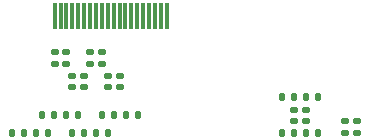
<source format=gtp>
G04 #@! TF.GenerationSoftware,KiCad,Pcbnew,8.0.0*
G04 #@! TF.CreationDate,2024-03-17T08:28:34+09:00*
G04 #@! TF.ProjectId,Pmod_DisplayPort,506d6f64-5f44-4697-9370-6c6179506f72,rev?*
G04 #@! TF.SameCoordinates,PXae6870PY2719c40*
G04 #@! TF.FileFunction,Paste,Top*
G04 #@! TF.FilePolarity,Positive*
%FSLAX46Y46*%
G04 Gerber Fmt 4.6, Leading zero omitted, Abs format (unit mm)*
G04 Created by KiCad (PCBNEW 8.0.0) date 2024-03-17 08:28:34*
%MOMM*%
%LPD*%
G01*
G04 APERTURE LIST*
G04 Aperture macros list*
%AMRoundRect*
0 Rectangle with rounded corners*
0 $1 Rounding radius*
0 $2 $3 $4 $5 $6 $7 $8 $9 X,Y pos of 4 corners*
0 Add a 4 corners polygon primitive as box body*
4,1,4,$2,$3,$4,$5,$6,$7,$8,$9,$2,$3,0*
0 Add four circle primitives for the rounded corners*
1,1,$1+$1,$2,$3*
1,1,$1+$1,$4,$5*
1,1,$1+$1,$6,$7*
1,1,$1+$1,$8,$9*
0 Add four rect primitives between the rounded corners*
20,1,$1+$1,$2,$3,$4,$5,0*
20,1,$1+$1,$4,$5,$6,$7,0*
20,1,$1+$1,$6,$7,$8,$9,0*
20,1,$1+$1,$8,$9,$2,$3,0*%
G04 Aperture macros list end*
%ADD10RoundRect,0.140000X0.170000X-0.140000X0.170000X0.140000X-0.170000X0.140000X-0.170000X-0.140000X0*%
%ADD11RoundRect,0.135000X-0.185000X0.135000X-0.185000X-0.135000X0.185000X-0.135000X0.185000X0.135000X0*%
%ADD12RoundRect,0.135000X0.135000X0.185000X-0.135000X0.185000X-0.135000X-0.185000X0.135000X-0.185000X0*%
%ADD13RoundRect,0.135000X-0.135000X-0.185000X0.135000X-0.185000X0.135000X0.185000X-0.135000X0.185000X0*%
%ADD14R,0.300000X2.200000*%
%ADD15RoundRect,0.135000X0.185000X-0.135000X0.185000X0.135000X-0.185000X0.135000X-0.185000X-0.135000X0*%
G04 APERTURE END LIST*
D10*
G04 #@! TO.C,C10*
X18288000Y10160000D03*
X18288000Y11120000D03*
G04 #@! TD*
D11*
G04 #@! TO.C,R14*
X21590000Y10164000D03*
X21590000Y9144000D03*
G04 #@! TD*
D10*
G04 #@! TO.C,C4*
X-500000Y13040000D03*
X-500000Y14000000D03*
G04 #@! TD*
D12*
G04 #@! TO.C,R10*
X1528000Y9144000D03*
X508000Y9144000D03*
G04 #@! TD*
D10*
G04 #@! TO.C,C8*
X2500000Y13040000D03*
X2500000Y14000000D03*
G04 #@! TD*
D13*
G04 #@! TO.C,R3*
X16254000Y9146000D03*
X17274000Y9146000D03*
G04 #@! TD*
G04 #@! TO.C,R11*
X1012000Y10668000D03*
X2032000Y10668000D03*
G04 #@! TD*
D10*
G04 #@! TO.C,C2*
X-2000000Y15000000D03*
X-2000000Y15960000D03*
G04 #@! TD*
D12*
G04 #@! TO.C,R4*
X19308000Y9144000D03*
X18288000Y9144000D03*
G04 #@! TD*
D13*
G04 #@! TO.C,R5*
X-6608000Y9144000D03*
X-5588000Y9144000D03*
G04 #@! TD*
D12*
G04 #@! TO.C,R8*
X-1012000Y10668000D03*
X-2032000Y10668000D03*
G04 #@! TD*
D10*
G04 #@! TO.C,C6*
X1000000Y15000000D03*
X1000000Y15960000D03*
G04 #@! TD*
G04 #@! TO.C,C9*
X17272000Y10160000D03*
X17272000Y11120000D03*
G04 #@! TD*
D13*
G04 #@! TO.C,R9*
X-1528000Y9144000D03*
X-508000Y9144000D03*
G04 #@! TD*
D14*
G04 #@! TO.C,CN1*
X-3000000Y19000000D03*
X-2500000Y19000000D03*
X-2000000Y19000000D03*
X-1500000Y19000000D03*
X-1000000Y19000000D03*
X-500000Y19000000D03*
X0Y19000000D03*
X500000Y19000000D03*
X1000000Y19000000D03*
X1500000Y19000000D03*
X2000000Y19000000D03*
X2500000Y19000000D03*
X3000000Y19000000D03*
X3500000Y19000000D03*
X4000000Y19000000D03*
X4500000Y19000000D03*
X5000000Y19000000D03*
X5500000Y19000000D03*
X6000000Y19000000D03*
X6500000Y19000000D03*
G04 #@! TD*
D10*
G04 #@! TO.C,C5*
X0Y15000000D03*
X0Y15960000D03*
G04 #@! TD*
G04 #@! TO.C,C3*
X-1500000Y13040000D03*
X-1500000Y14000000D03*
G04 #@! TD*
G04 #@! TO.C,C1*
X-3000000Y15000000D03*
X-3000000Y15960000D03*
G04 #@! TD*
D15*
G04 #@! TO.C,R13*
X22606000Y9142000D03*
X22606000Y10162000D03*
G04 #@! TD*
D12*
G04 #@! TO.C,R12*
X4068000Y10668000D03*
X3048000Y10668000D03*
G04 #@! TD*
D13*
G04 #@! TO.C,R1*
X16252000Y12192000D03*
X17272000Y12192000D03*
G04 #@! TD*
G04 #@! TO.C,R7*
X-4068000Y10668000D03*
X-3048000Y10668000D03*
G04 #@! TD*
D10*
G04 #@! TO.C,C7*
X1500000Y13040000D03*
X1500000Y14000000D03*
G04 #@! TD*
D12*
G04 #@! TO.C,R2*
X19308000Y12192000D03*
X18288000Y12192000D03*
G04 #@! TD*
G04 #@! TO.C,R6*
X-3552000Y9144000D03*
X-4572000Y9144000D03*
G04 #@! TD*
M02*

</source>
